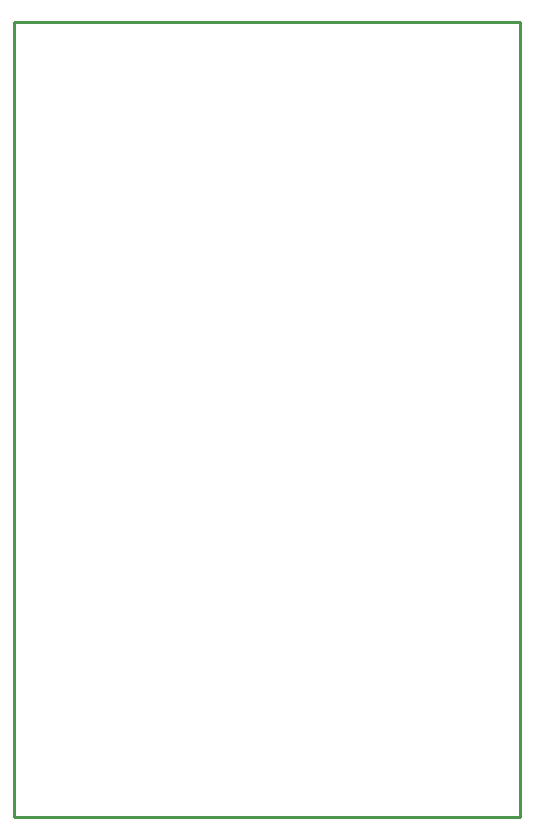
<source format=gbr>
G04 EAGLE Gerber RS-274X export*
G75*
%MOMM*%
%FSLAX34Y34*%
%LPD*%
%IN*%
%IPPOS*%
%AMOC8*
5,1,8,0,0,1.08239X$1,22.5*%
G01*
%ADD10C,0.254000*%


D10*
X-12700Y-25400D02*
X415800Y-25400D01*
X415800Y647600D01*
X-12700Y647600D01*
X-12700Y-25400D01*
M02*

</source>
